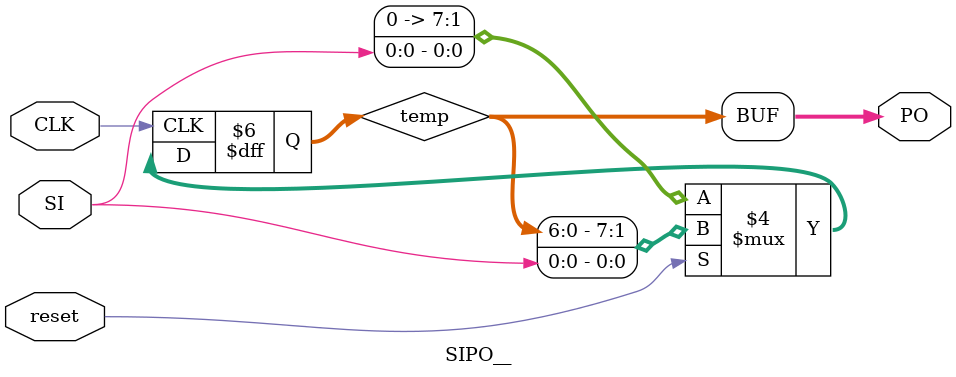
<source format=v>
module SIPO__(SI,CLK,PO,reset);
    input SI,CLK,reset;
    output [7:0]PO;
    reg [7:0]temp;
    always @(posedge CLK)
    begin
        if(~reset)
        begin
            temp=8'b00000000;
            temp={temp[6:0],SI};
        end
        else
            temp={temp[6:0],SI};
    end
    assign PO=temp;
endmodule

</source>
